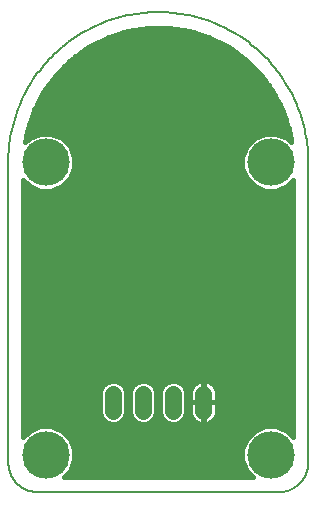
<source format=gbl>
G75*
%MOIN*%
%OFA0B0*%
%FSLAX25Y25*%
%IPPOS*%
%LPD*%
%AMOC8*
5,1,8,0,0,1.08239X$1,22.5*
%
%ADD10C,0.00500*%
%ADD11C,0.05543*%
%ADD12C,0.15811*%
%ADD13C,0.01600*%
D10*
X0011800Y0016800D02*
X0011800Y0116800D01*
X0011815Y0118018D01*
X0011859Y0119234D01*
X0011933Y0120450D01*
X0012037Y0121663D01*
X0012170Y0122873D01*
X0012333Y0124080D01*
X0012525Y0125282D01*
X0012746Y0126480D01*
X0012996Y0127672D01*
X0013275Y0128857D01*
X0013583Y0130035D01*
X0013920Y0131205D01*
X0014285Y0132367D01*
X0014678Y0133519D01*
X0015099Y0134662D01*
X0015548Y0135793D01*
X0016024Y0136914D01*
X0016528Y0138023D01*
X0017058Y0139119D01*
X0017615Y0140202D01*
X0018198Y0141271D01*
X0018806Y0142325D01*
X0019441Y0143365D01*
X0020100Y0144388D01*
X0020784Y0145396D01*
X0021493Y0146386D01*
X0022225Y0147359D01*
X0022981Y0148313D01*
X0023760Y0149249D01*
X0024561Y0150166D01*
X0025385Y0151063D01*
X0026230Y0151939D01*
X0027096Y0152795D01*
X0027983Y0153630D01*
X0028890Y0154442D01*
X0029816Y0155232D01*
X0030762Y0156000D01*
X0031725Y0156744D01*
X0032707Y0157464D01*
X0033706Y0158161D01*
X0034721Y0158833D01*
X0035753Y0159480D01*
X0036800Y0160101D01*
X0037862Y0160697D01*
X0038938Y0161267D01*
X0040027Y0161811D01*
X0041130Y0162327D01*
X0042245Y0162817D01*
X0043371Y0163280D01*
X0044508Y0163715D01*
X0045656Y0164122D01*
X0046813Y0164501D01*
X0047979Y0164852D01*
X0049153Y0165174D01*
X0050335Y0165468D01*
X0051524Y0165733D01*
X0052718Y0165968D01*
X0053918Y0166175D01*
X0055123Y0166352D01*
X0056331Y0166500D01*
X0057543Y0166618D01*
X0058758Y0166707D01*
X0059974Y0166767D01*
X0061191Y0166796D01*
X0062409Y0166796D01*
X0063626Y0166767D01*
X0064842Y0166707D01*
X0066057Y0166618D01*
X0067269Y0166500D01*
X0068477Y0166352D01*
X0069682Y0166175D01*
X0070882Y0165968D01*
X0072076Y0165733D01*
X0073265Y0165468D01*
X0074447Y0165174D01*
X0075621Y0164852D01*
X0076787Y0164501D01*
X0077944Y0164122D01*
X0079092Y0163715D01*
X0080229Y0163280D01*
X0081355Y0162817D01*
X0082470Y0162327D01*
X0083573Y0161811D01*
X0084662Y0161267D01*
X0085738Y0160697D01*
X0086800Y0160101D01*
X0087847Y0159480D01*
X0088879Y0158833D01*
X0089894Y0158161D01*
X0090893Y0157464D01*
X0091875Y0156744D01*
X0092838Y0156000D01*
X0093784Y0155232D01*
X0094710Y0154442D01*
X0095617Y0153630D01*
X0096504Y0152795D01*
X0097370Y0151939D01*
X0098215Y0151063D01*
X0099039Y0150166D01*
X0099840Y0149249D01*
X0100619Y0148313D01*
X0101375Y0147359D01*
X0102107Y0146386D01*
X0102816Y0145396D01*
X0103500Y0144388D01*
X0104159Y0143365D01*
X0104794Y0142325D01*
X0105402Y0141271D01*
X0105985Y0140202D01*
X0106542Y0139119D01*
X0107072Y0138023D01*
X0107576Y0136914D01*
X0108052Y0135793D01*
X0108501Y0134662D01*
X0108922Y0133519D01*
X0109315Y0132367D01*
X0109680Y0131205D01*
X0110017Y0130035D01*
X0110325Y0128857D01*
X0110604Y0127672D01*
X0110854Y0126480D01*
X0111075Y0125282D01*
X0111267Y0124080D01*
X0111430Y0122873D01*
X0111563Y0121663D01*
X0111667Y0120450D01*
X0111741Y0119234D01*
X0111785Y0118018D01*
X0111800Y0116800D01*
X0111800Y0016800D01*
X0111797Y0016558D01*
X0111788Y0016317D01*
X0111774Y0016076D01*
X0111753Y0015835D01*
X0111727Y0015595D01*
X0111695Y0015355D01*
X0111657Y0015116D01*
X0111614Y0014879D01*
X0111564Y0014642D01*
X0111509Y0014407D01*
X0111449Y0014173D01*
X0111382Y0013941D01*
X0111311Y0013710D01*
X0111233Y0013481D01*
X0111150Y0013254D01*
X0111062Y0013029D01*
X0110968Y0012806D01*
X0110869Y0012586D01*
X0110764Y0012368D01*
X0110655Y0012153D01*
X0110540Y0011940D01*
X0110420Y0011730D01*
X0110295Y0011524D01*
X0110165Y0011320D01*
X0110030Y0011119D01*
X0109890Y0010922D01*
X0109746Y0010728D01*
X0109597Y0010538D01*
X0109443Y0010352D01*
X0109285Y0010169D01*
X0109123Y0009990D01*
X0108956Y0009815D01*
X0108785Y0009644D01*
X0108610Y0009477D01*
X0108431Y0009315D01*
X0108248Y0009157D01*
X0108062Y0009003D01*
X0107872Y0008854D01*
X0107678Y0008710D01*
X0107481Y0008570D01*
X0107280Y0008435D01*
X0107076Y0008305D01*
X0106870Y0008180D01*
X0106660Y0008060D01*
X0106447Y0007945D01*
X0106232Y0007836D01*
X0106014Y0007731D01*
X0105794Y0007632D01*
X0105571Y0007538D01*
X0105346Y0007450D01*
X0105119Y0007367D01*
X0104890Y0007289D01*
X0104659Y0007218D01*
X0104427Y0007151D01*
X0104193Y0007091D01*
X0103958Y0007036D01*
X0103721Y0006986D01*
X0103484Y0006943D01*
X0103245Y0006905D01*
X0103005Y0006873D01*
X0102765Y0006847D01*
X0102524Y0006826D01*
X0102283Y0006812D01*
X0102042Y0006803D01*
X0101800Y0006800D01*
X0021800Y0006800D01*
X0021558Y0006803D01*
X0021317Y0006812D01*
X0021076Y0006826D01*
X0020835Y0006847D01*
X0020595Y0006873D01*
X0020355Y0006905D01*
X0020116Y0006943D01*
X0019879Y0006986D01*
X0019642Y0007036D01*
X0019407Y0007091D01*
X0019173Y0007151D01*
X0018941Y0007218D01*
X0018710Y0007289D01*
X0018481Y0007367D01*
X0018254Y0007450D01*
X0018029Y0007538D01*
X0017806Y0007632D01*
X0017586Y0007731D01*
X0017368Y0007836D01*
X0017153Y0007945D01*
X0016940Y0008060D01*
X0016730Y0008180D01*
X0016524Y0008305D01*
X0016320Y0008435D01*
X0016119Y0008570D01*
X0015922Y0008710D01*
X0015728Y0008854D01*
X0015538Y0009003D01*
X0015352Y0009157D01*
X0015169Y0009315D01*
X0014990Y0009477D01*
X0014815Y0009644D01*
X0014644Y0009815D01*
X0014477Y0009990D01*
X0014315Y0010169D01*
X0014157Y0010352D01*
X0014003Y0010538D01*
X0013854Y0010728D01*
X0013710Y0010922D01*
X0013570Y0011119D01*
X0013435Y0011320D01*
X0013305Y0011524D01*
X0013180Y0011730D01*
X0013060Y0011940D01*
X0012945Y0012153D01*
X0012836Y0012368D01*
X0012731Y0012586D01*
X0012632Y0012806D01*
X0012538Y0013029D01*
X0012450Y0013254D01*
X0012367Y0013481D01*
X0012289Y0013710D01*
X0012218Y0013941D01*
X0012151Y0014173D01*
X0012091Y0014407D01*
X0012036Y0014642D01*
X0011986Y0014879D01*
X0011943Y0015116D01*
X0011905Y0015355D01*
X0011873Y0015595D01*
X0011847Y0015835D01*
X0011826Y0016076D01*
X0011812Y0016317D01*
X0011803Y0016558D01*
X0011800Y0016800D01*
D11*
X0046800Y0034028D02*
X0046800Y0039572D01*
X0056800Y0039572D02*
X0056800Y0034028D01*
X0066800Y0034028D02*
X0066800Y0039572D01*
X0076800Y0039572D02*
X0076800Y0034028D01*
D12*
X0099300Y0019300D03*
X0099300Y0116800D03*
X0024300Y0116800D03*
X0024300Y0019300D03*
D13*
X0016850Y0025293D02*
X0018916Y0027358D01*
X0022409Y0028805D01*
X0026191Y0028805D01*
X0029684Y0027358D01*
X0032358Y0024684D01*
X0033805Y0021191D01*
X0033805Y0017409D01*
X0032358Y0013916D01*
X0030293Y0011850D01*
X0093307Y0011850D01*
X0091242Y0013916D01*
X0089794Y0017409D01*
X0089794Y0021191D01*
X0091242Y0024684D01*
X0093916Y0027358D01*
X0097409Y0028805D01*
X0101191Y0028805D01*
X0104684Y0027358D01*
X0106750Y0025293D01*
X0106750Y0110807D01*
X0104684Y0108742D01*
X0101191Y0107294D01*
X0097409Y0107294D01*
X0093916Y0108742D01*
X0091242Y0111416D01*
X0089794Y0114909D01*
X0089794Y0118691D01*
X0091242Y0122184D01*
X0093916Y0124858D01*
X0097409Y0126305D01*
X0101191Y0126305D01*
X0104684Y0124858D01*
X0106121Y0123422D01*
X0105508Y0127293D01*
X0103328Y0134002D01*
X0100126Y0140286D01*
X0100126Y0140286D01*
X0095980Y0145993D01*
X0095980Y0145993D01*
X0090993Y0150980D01*
X0085286Y0155126D01*
X0079002Y0158328D01*
X0072293Y0160508D01*
X0065327Y0161611D01*
X0058273Y0161611D01*
X0051307Y0160508D01*
X0044598Y0158328D01*
X0038314Y0155126D01*
X0032607Y0150980D01*
X0027620Y0145993D01*
X0023474Y0140286D01*
X0020272Y0134002D01*
X0018092Y0127293D01*
X0017479Y0123422D01*
X0018916Y0124858D01*
X0022409Y0126305D01*
X0026191Y0126305D01*
X0029684Y0124858D01*
X0032358Y0122184D01*
X0033805Y0118691D01*
X0033805Y0114909D01*
X0032358Y0111416D01*
X0029684Y0108742D01*
X0026191Y0107294D01*
X0022409Y0107294D01*
X0018916Y0108742D01*
X0016850Y0110807D01*
X0016850Y0025293D01*
X0016850Y0025778D02*
X0017335Y0025778D01*
X0016850Y0027376D02*
X0018959Y0027376D01*
X0016850Y0028975D02*
X0106750Y0028975D01*
X0106750Y0030573D02*
X0079810Y0030573D01*
X0079778Y0030541D02*
X0080287Y0031050D01*
X0080710Y0031632D01*
X0081037Y0032273D01*
X0081259Y0032958D01*
X0081372Y0033669D01*
X0081372Y0036714D01*
X0076886Y0036714D01*
X0076886Y0036886D01*
X0081372Y0036886D01*
X0081372Y0039931D01*
X0081259Y0040642D01*
X0081037Y0041327D01*
X0080710Y0041968D01*
X0080287Y0042550D01*
X0079778Y0043059D01*
X0079196Y0043482D01*
X0078555Y0043808D01*
X0077871Y0044031D01*
X0077160Y0044143D01*
X0076886Y0044143D01*
X0076886Y0036886D01*
X0076714Y0036886D01*
X0076714Y0044143D01*
X0076440Y0044143D01*
X0075729Y0044031D01*
X0075045Y0043808D01*
X0074404Y0043482D01*
X0073822Y0043059D01*
X0073313Y0042550D01*
X0072890Y0041968D01*
X0072563Y0041327D01*
X0072341Y0040642D01*
X0072228Y0039931D01*
X0072228Y0036886D01*
X0076714Y0036886D01*
X0076714Y0036714D01*
X0076886Y0036714D01*
X0076886Y0029457D01*
X0077160Y0029457D01*
X0077871Y0029569D01*
X0078555Y0029792D01*
X0079196Y0030118D01*
X0079778Y0030541D01*
X0080985Y0032172D02*
X0106750Y0032172D01*
X0106750Y0033770D02*
X0081372Y0033770D01*
X0081372Y0035369D02*
X0106750Y0035369D01*
X0106750Y0036967D02*
X0081372Y0036967D01*
X0081372Y0038566D02*
X0106750Y0038566D01*
X0106750Y0040164D02*
X0081335Y0040164D01*
X0080814Y0041763D02*
X0106750Y0041763D01*
X0106750Y0043361D02*
X0079362Y0043361D01*
X0076886Y0043361D02*
X0076714Y0043361D01*
X0076714Y0041763D02*
X0076886Y0041763D01*
X0076886Y0040164D02*
X0076714Y0040164D01*
X0076714Y0038566D02*
X0076886Y0038566D01*
X0076886Y0036967D02*
X0076714Y0036967D01*
X0076714Y0036714D02*
X0072228Y0036714D01*
X0072228Y0033669D01*
X0072341Y0032958D01*
X0072563Y0032273D01*
X0072890Y0031632D01*
X0073313Y0031050D01*
X0073822Y0030541D01*
X0074404Y0030118D01*
X0075045Y0029792D01*
X0075729Y0029569D01*
X0076440Y0029457D01*
X0076714Y0029457D01*
X0076714Y0036714D01*
X0076714Y0035369D02*
X0076886Y0035369D01*
X0076886Y0033770D02*
X0076714Y0033770D01*
X0076714Y0032172D02*
X0076886Y0032172D01*
X0076886Y0030573D02*
X0076714Y0030573D01*
X0073790Y0030573D02*
X0069527Y0030573D01*
X0069276Y0030322D02*
X0070506Y0031552D01*
X0071172Y0033159D01*
X0071172Y0040441D01*
X0070506Y0042048D01*
X0069276Y0043278D01*
X0067670Y0043943D01*
X0065930Y0043943D01*
X0064324Y0043278D01*
X0063094Y0042048D01*
X0062428Y0040441D01*
X0062428Y0033159D01*
X0063094Y0031552D01*
X0064324Y0030322D01*
X0065930Y0029657D01*
X0067670Y0029657D01*
X0069276Y0030322D01*
X0070763Y0032172D02*
X0072615Y0032172D01*
X0072228Y0033770D02*
X0071172Y0033770D01*
X0071172Y0035369D02*
X0072228Y0035369D01*
X0072228Y0036967D02*
X0071172Y0036967D01*
X0071172Y0038566D02*
X0072228Y0038566D01*
X0072265Y0040164D02*
X0071172Y0040164D01*
X0070624Y0041763D02*
X0072786Y0041763D01*
X0074238Y0043361D02*
X0069075Y0043361D01*
X0064525Y0043361D02*
X0059075Y0043361D01*
X0059276Y0043278D02*
X0057670Y0043943D01*
X0055930Y0043943D01*
X0054324Y0043278D01*
X0053094Y0042048D01*
X0052428Y0040441D01*
X0052428Y0033159D01*
X0053094Y0031552D01*
X0054324Y0030322D01*
X0055930Y0029657D01*
X0057670Y0029657D01*
X0059276Y0030322D01*
X0060506Y0031552D01*
X0061172Y0033159D01*
X0061172Y0040441D01*
X0060506Y0042048D01*
X0059276Y0043278D01*
X0060624Y0041763D02*
X0062976Y0041763D01*
X0062428Y0040164D02*
X0061172Y0040164D01*
X0061172Y0038566D02*
X0062428Y0038566D01*
X0062428Y0036967D02*
X0061172Y0036967D01*
X0061172Y0035369D02*
X0062428Y0035369D01*
X0062428Y0033770D02*
X0061172Y0033770D01*
X0060763Y0032172D02*
X0062837Y0032172D01*
X0064073Y0030573D02*
X0059527Y0030573D01*
X0054073Y0030573D02*
X0049527Y0030573D01*
X0049276Y0030322D02*
X0050506Y0031552D01*
X0051172Y0033159D01*
X0051172Y0040441D01*
X0050506Y0042048D01*
X0049276Y0043278D01*
X0047670Y0043943D01*
X0045930Y0043943D01*
X0044324Y0043278D01*
X0043094Y0042048D01*
X0042428Y0040441D01*
X0042428Y0033159D01*
X0043094Y0031552D01*
X0044324Y0030322D01*
X0045930Y0029657D01*
X0047670Y0029657D01*
X0049276Y0030322D01*
X0050763Y0032172D02*
X0052837Y0032172D01*
X0052428Y0033770D02*
X0051172Y0033770D01*
X0051172Y0035369D02*
X0052428Y0035369D01*
X0052428Y0036967D02*
X0051172Y0036967D01*
X0051172Y0038566D02*
X0052428Y0038566D01*
X0052428Y0040164D02*
X0051172Y0040164D01*
X0050624Y0041763D02*
X0052976Y0041763D01*
X0054525Y0043361D02*
X0049075Y0043361D01*
X0044525Y0043361D02*
X0016850Y0043361D01*
X0016850Y0041763D02*
X0042976Y0041763D01*
X0042428Y0040164D02*
X0016850Y0040164D01*
X0016850Y0038566D02*
X0042428Y0038566D01*
X0042428Y0036967D02*
X0016850Y0036967D01*
X0016850Y0035369D02*
X0042428Y0035369D01*
X0042428Y0033770D02*
X0016850Y0033770D01*
X0016850Y0032172D02*
X0042837Y0032172D01*
X0044073Y0030573D02*
X0016850Y0030573D01*
X0016850Y0044960D02*
X0106750Y0044960D01*
X0106750Y0046558D02*
X0016850Y0046558D01*
X0016850Y0048157D02*
X0106750Y0048157D01*
X0106750Y0049755D02*
X0016850Y0049755D01*
X0016850Y0051354D02*
X0106750Y0051354D01*
X0106750Y0052952D02*
X0016850Y0052952D01*
X0016850Y0054551D02*
X0106750Y0054551D01*
X0106750Y0056149D02*
X0016850Y0056149D01*
X0016850Y0057748D02*
X0106750Y0057748D01*
X0106750Y0059346D02*
X0016850Y0059346D01*
X0016850Y0060945D02*
X0106750Y0060945D01*
X0106750Y0062543D02*
X0016850Y0062543D01*
X0016850Y0064142D02*
X0106750Y0064142D01*
X0106750Y0065740D02*
X0016850Y0065740D01*
X0016850Y0067339D02*
X0106750Y0067339D01*
X0106750Y0068937D02*
X0016850Y0068937D01*
X0016850Y0070536D02*
X0106750Y0070536D01*
X0106750Y0072134D02*
X0016850Y0072134D01*
X0016850Y0073733D02*
X0106750Y0073733D01*
X0106750Y0075332D02*
X0016850Y0075332D01*
X0016850Y0076930D02*
X0106750Y0076930D01*
X0106750Y0078529D02*
X0016850Y0078529D01*
X0016850Y0080127D02*
X0106750Y0080127D01*
X0106750Y0081726D02*
X0016850Y0081726D01*
X0016850Y0083324D02*
X0106750Y0083324D01*
X0106750Y0084923D02*
X0016850Y0084923D01*
X0016850Y0086521D02*
X0106750Y0086521D01*
X0106750Y0088120D02*
X0016850Y0088120D01*
X0016850Y0089718D02*
X0106750Y0089718D01*
X0106750Y0091317D02*
X0016850Y0091317D01*
X0016850Y0092915D02*
X0106750Y0092915D01*
X0106750Y0094514D02*
X0016850Y0094514D01*
X0016850Y0096112D02*
X0106750Y0096112D01*
X0106750Y0097711D02*
X0016850Y0097711D01*
X0016850Y0099309D02*
X0106750Y0099309D01*
X0106750Y0100908D02*
X0016850Y0100908D01*
X0016850Y0102506D02*
X0106750Y0102506D01*
X0106750Y0104105D02*
X0016850Y0104105D01*
X0016850Y0105703D02*
X0106750Y0105703D01*
X0106750Y0107302D02*
X0101208Y0107302D01*
X0097392Y0107302D02*
X0026208Y0107302D01*
X0022392Y0107302D02*
X0016850Y0107302D01*
X0016850Y0108900D02*
X0018757Y0108900D01*
X0017158Y0110499D02*
X0016850Y0110499D01*
X0017711Y0124885D02*
X0018981Y0124885D01*
X0017964Y0126484D02*
X0105636Y0126484D01*
X0105889Y0124885D02*
X0104619Y0124885D01*
X0105252Y0128082D02*
X0018348Y0128082D01*
X0018868Y0129681D02*
X0104732Y0129681D01*
X0104213Y0131279D02*
X0019387Y0131279D01*
X0019906Y0132878D02*
X0103693Y0132878D01*
X0103086Y0134476D02*
X0020514Y0134476D01*
X0021328Y0136075D02*
X0102272Y0136075D01*
X0101457Y0137673D02*
X0022142Y0137673D01*
X0022957Y0139272D02*
X0100643Y0139272D01*
X0099702Y0140870D02*
X0023898Y0140870D01*
X0025060Y0142469D02*
X0098540Y0142469D01*
X0097379Y0144068D02*
X0026221Y0144068D01*
X0027382Y0145666D02*
X0096218Y0145666D01*
X0094708Y0147265D02*
X0028892Y0147265D01*
X0030490Y0148863D02*
X0093110Y0148863D01*
X0091511Y0150462D02*
X0032089Y0150462D01*
X0034094Y0152060D02*
X0089506Y0152060D01*
X0087306Y0153659D02*
X0036294Y0153659D01*
X0038571Y0155257D02*
X0085029Y0155257D01*
X0081892Y0156856D02*
X0041708Y0156856D01*
X0044985Y0158454D02*
X0078615Y0158454D01*
X0073695Y0160053D02*
X0049905Y0160053D01*
X0029619Y0124885D02*
X0093981Y0124885D01*
X0092344Y0123287D02*
X0031256Y0123287D01*
X0032564Y0121688D02*
X0091036Y0121688D01*
X0090374Y0120090D02*
X0033226Y0120090D01*
X0033805Y0118491D02*
X0089794Y0118491D01*
X0089794Y0116893D02*
X0033805Y0116893D01*
X0033805Y0115294D02*
X0089794Y0115294D01*
X0090297Y0113696D02*
X0033303Y0113696D01*
X0032641Y0112097D02*
X0090959Y0112097D01*
X0092158Y0110499D02*
X0031442Y0110499D01*
X0029843Y0108900D02*
X0093757Y0108900D01*
X0104843Y0108900D02*
X0106750Y0108900D01*
X0106750Y0110499D02*
X0106442Y0110499D01*
X0106750Y0027376D02*
X0104641Y0027376D01*
X0106265Y0025778D02*
X0106750Y0025778D01*
X0093959Y0027376D02*
X0029641Y0027376D01*
X0031265Y0025778D02*
X0092335Y0025778D01*
X0091032Y0024179D02*
X0032568Y0024179D01*
X0033230Y0022581D02*
X0090370Y0022581D01*
X0089794Y0020982D02*
X0033805Y0020982D01*
X0033805Y0019384D02*
X0089794Y0019384D01*
X0089794Y0017785D02*
X0033805Y0017785D01*
X0033299Y0016187D02*
X0090301Y0016187D01*
X0090963Y0014588D02*
X0032637Y0014588D01*
X0031432Y0012990D02*
X0092168Y0012990D01*
M02*

</source>
